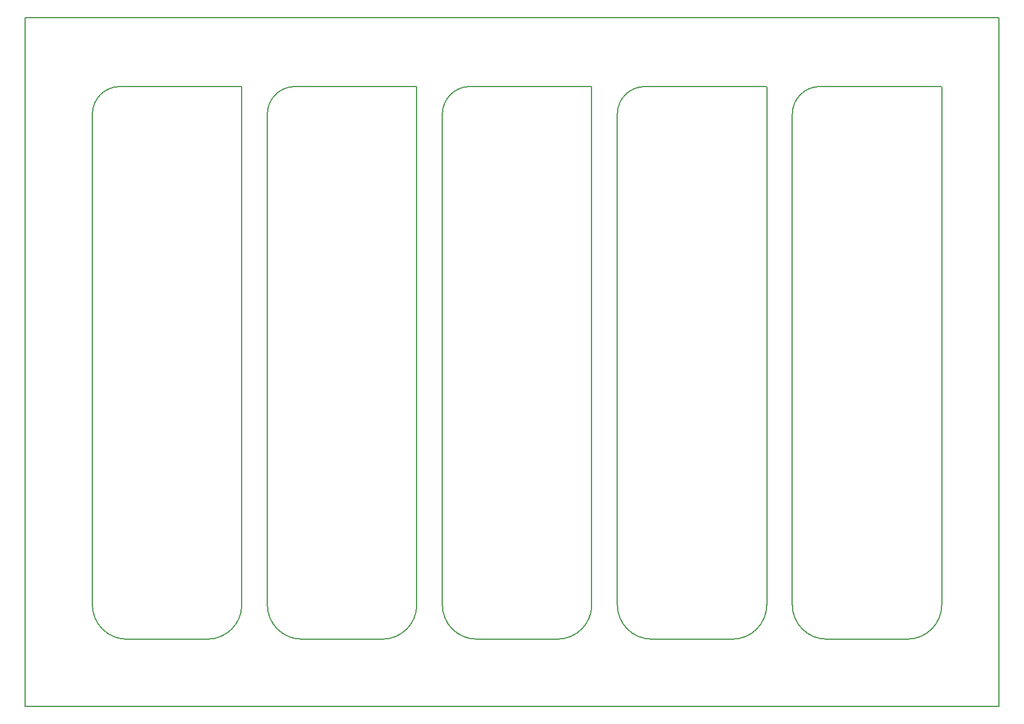
<source format=gko>
G04*
G04 #@! TF.GenerationSoftware,Altium Limited,Altium Designer,19.1.8 (144)*
G04*
G04 Layer_Color=16711935*
%FSAX25Y25*%
%MOIN*%
G70*
G01*
G75*
%ADD15C,0.00787*%
%ADD159C,0.00787*%
G36*
X0000787Y0402756D02*
D01*
D02*
G37*
D15*
X0004252D02*
X0569291D01*
X0569291Y-0000394D01*
X-0000394D02*
X0569291D01*
X-0000394D02*
Y0402756D01*
X0000787D01*
X0004252D01*
X0126378Y0362047D02*
G03*
X0125984Y0362441I-0000394J0000000D01*
G01*
X0126378Y0362047D02*
G03*
X0125984Y0362441I-0000394J0000000D01*
G01*
X0126378Y0058893D02*
G03*
X0126378Y0058895I-0000394J0000003D01*
G01*
X0126378Y0058894D02*
G03*
X0126378Y0058895I-0020075J0000000D01*
G01*
Y0058893D02*
G03*
X0126378Y0058894I-0020075J0000001D01*
G01*
X0106303Y0038819D02*
G03*
X0126378Y0058893I-0000000J0020075D01*
G01*
X0106301Y0038819D02*
G03*
X0106303Y0038819I0000002J0020075D01*
G01*
X0106301Y0038819D02*
G03*
X0106303Y0038819I0000000J0000394D01*
G01*
X0055120Y0362441D02*
G03*
X0055115Y0362441I0000000J-0000394D01*
G01*
D02*
G03*
X0038976Y0346298I0000005J-0016144D01*
G01*
X0055120Y0362441D02*
G03*
X0055115Y0362441I-0000000J-0016144D01*
G01*
X0038976Y0058897D02*
G03*
X0059055Y0038819I0020078J0000000D01*
G01*
X0126378Y0058895D02*
X0126378Y0362047D01*
X0059055Y0038819D02*
X0106301Y0038819D01*
X0059055Y0038819D02*
X0059055D01*
X0055120Y0362441D02*
X0125984Y0362441D01*
X0038976Y0346298D02*
X0038976Y0058897D01*
Y0058897D02*
Y0058897D01*
X0228740Y0362047D02*
G03*
X0228346Y0362441I-0000394J0000000D01*
G01*
X0228740Y0362047D02*
G03*
X0228346Y0362441I-0000394J0000000D01*
G01*
X0228740Y0058893D02*
G03*
X0228740Y0058895I-0000394J0000003D01*
G01*
X0228740Y0058894D02*
G03*
X0228740Y0058895I-0020075J0000000D01*
G01*
Y0058893D02*
G03*
X0228740Y0058894I-0020075J0000001D01*
G01*
X0208666Y0038819D02*
G03*
X0228740Y0058893I-0000000J0020075D01*
G01*
X0208663Y0038819D02*
G03*
X0208666Y0038819I0000002J0020075D01*
G01*
X0208663Y0038819D02*
G03*
X0208666Y0038819I0000000J0000394D01*
G01*
X0157482Y0362441D02*
G03*
X0157477Y0362441I0000000J-0000394D01*
G01*
D02*
G03*
X0141339Y0346298I0000005J-0016144D01*
G01*
X0157482Y0362441D02*
G03*
X0157477Y0362441I-0000000J-0016144D01*
G01*
X0161417Y0038819D02*
G03*
X0161418Y0038819I-0000000J0020078D01*
G01*
X0141339Y0058897D02*
G03*
X0161417Y0038819I0020078J0000000D01*
G01*
X0228740Y0058895D02*
X0228740Y0362047D01*
X0161418Y0038819D02*
X0208663Y0038819D01*
X0161417Y0038819D02*
X0161418D01*
X0157482Y0362441D02*
X0228346Y0362441D01*
X0141339Y0346298D02*
X0141339Y0058897D01*
Y0058897D02*
Y0058897D01*
X0331102Y0362047D02*
G03*
X0330709Y0362441I-0000394J0000000D01*
G01*
X0331102Y0362047D02*
G03*
X0330709Y0362441I-0000394J0000000D01*
G01*
X0331102Y0058893D02*
G03*
X0331102Y0058895I-0000394J0000003D01*
G01*
X0331102Y0058894D02*
G03*
X0331102Y0058895I-0020075J0000000D01*
G01*
Y0058893D02*
G03*
X0331102Y0058894I-0020075J0000001D01*
G01*
X0311028Y0038819D02*
G03*
X0331102Y0058893I-0000000J0020075D01*
G01*
X0311025Y0038819D02*
G03*
X0311028Y0038819I0000002J0020075D01*
G01*
X0311025Y0038819D02*
G03*
X0311028Y0038819I0000000J0000394D01*
G01*
X0259844Y0362441D02*
G03*
X0259839Y0362441I0000000J-0000394D01*
G01*
D02*
G03*
X0243701Y0346298I0000005J-0016144D01*
G01*
X0259844Y0362441D02*
G03*
X0259839Y0362441I-0000000J-0016144D01*
G01*
X0263779Y0038819D02*
G03*
X0263780Y0038819I-0000000J0020078D01*
G01*
X0243701Y0058897D02*
G03*
X0263779Y0038819I0020078J0000000D01*
G01*
X0331102Y0058895D02*
X0331102Y0362047D01*
X0263780Y0038819D02*
X0311025Y0038819D01*
X0263779Y0038819D02*
X0263780D01*
X0259844Y0362441D02*
X0330709Y0362441D01*
X0243701Y0346298D02*
X0243701Y0058897D01*
Y0058897D02*
Y0058897D01*
X0433465Y0362047D02*
G03*
X0433071Y0362441I-0000394J0000000D01*
G01*
X0433465Y0362047D02*
G03*
X0433071Y0362441I-0000394J0000000D01*
G01*
X0433465Y0058893D02*
G03*
X0433465Y0058895I-0000394J0000003D01*
G01*
X0433465Y0058894D02*
G03*
X0433465Y0058895I-0020075J0000000D01*
G01*
Y0058893D02*
G03*
X0433465Y0058894I-0020075J0000001D01*
G01*
X0413390Y0038819D02*
G03*
X0433465Y0058893I-0000000J0020075D01*
G01*
X0413387Y0038819D02*
G03*
X0413390Y0038819I0000002J0020075D01*
G01*
X0413387Y0038819D02*
G03*
X0413390Y0038819I0000000J0000394D01*
G01*
X0362207Y0362441D02*
G03*
X0362201Y0362441I0000000J-0000394D01*
G01*
D02*
G03*
X0346063Y0346298I0000005J-0016144D01*
G01*
X0362207Y0362441D02*
G03*
X0362201Y0362441I-0000000J-0016144D01*
G01*
X0366141Y0038819D02*
G03*
X0366142Y0038819I-0000000J0020078D01*
G01*
X0346063Y0058897D02*
G03*
X0366141Y0038819I0020078J0000000D01*
G01*
X0433465Y0058895D02*
X0433465Y0362047D01*
X0366142Y0038819D02*
X0413387Y0038819D01*
X0366141Y0038819D02*
X0366142D01*
X0362207Y0362441D02*
X0433071Y0362441D01*
X0346063Y0346298D02*
X0346063Y0058897D01*
Y0058897D02*
Y0058897D01*
X0535827Y0362047D02*
G03*
X0535433Y0362441I-0000394J0000000D01*
G01*
X0535827Y0362047D02*
G03*
X0535433Y0362441I-0000394J0000000D01*
G01*
X0535827Y0058893D02*
G03*
X0535827Y0058895I-0000394J0000003D01*
G01*
X0535827Y0058894D02*
G03*
X0535827Y0058895I-0020075J0000000D01*
G01*
Y0058893D02*
G03*
X0535827Y0058894I-0020075J0000001D01*
G01*
X0515752Y0038819D02*
G03*
X0535827Y0058893I-0000000J0020075D01*
G01*
X0515749Y0038819D02*
G03*
X0515752Y0038819I0000002J0020075D01*
G01*
X0515749Y0038819D02*
G03*
X0515752Y0038819I0000000J0000394D01*
G01*
X0464569Y0362441D02*
G03*
X0464563Y0362441I0000000J-0000394D01*
G01*
D02*
G03*
X0448425Y0346298I0000005J-0016144D01*
G01*
X0464569Y0362441D02*
G03*
X0464563Y0362441I-0000000J-0016144D01*
G01*
X0448425Y0058897D02*
G03*
X0468504Y0038819I0020078J0000000D01*
G01*
X0535827Y0058895D02*
X0535827Y0362047D01*
X0468504Y0038819D02*
X0515749Y0038819D01*
X0468504Y0038819D02*
X0468504D01*
X0464569Y0362441D02*
X0535433Y0362441D01*
X0448425Y0346298D02*
X0448425Y0058897D01*
Y0058897D02*
Y0058897D01*
D159*
X0055120Y0362441D02*
D03*
X0059055Y0038819D02*
D03*
X0157482Y0362441D02*
D03*
X0259844D02*
D03*
X0362207D02*
D03*
X0464569D02*
D03*
X0468504Y0038819D02*
D03*
M02*

</source>
